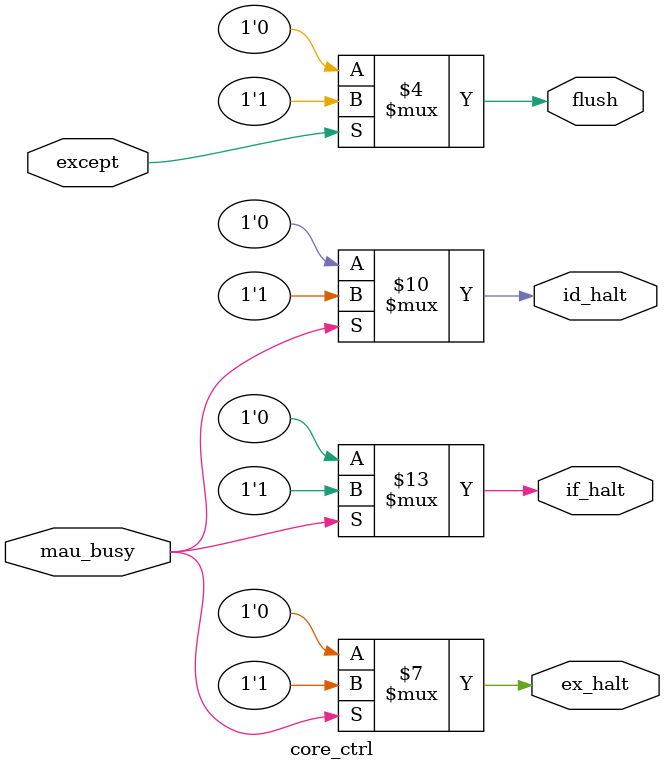
<source format=sv>
/* core_ctrl.sv
 *
 * Copyright Victor Wen, vic7tor@gmail.com
 * This code publish under GNU GPL License
 *
 * Description:
 *
 * TODO
 */

module core_ctrl(
	input mau_busy, input except, output flush, output if_halt, id_halt,
	output ex_halt
);

always_comb
begin
	if (mau_busy) begin
		if_halt = 1;
		id_halt = 1;
		ex_halt = 1;
	end
	else begin
		if_halt = 0;
		id_halt = 0;
		ex_halt = 0;
	end
end

always_comb
begin
	if (except) begin
		flush = 1;
	end
	else begin
		flush = 0;
	end
end

endmodule

</source>
